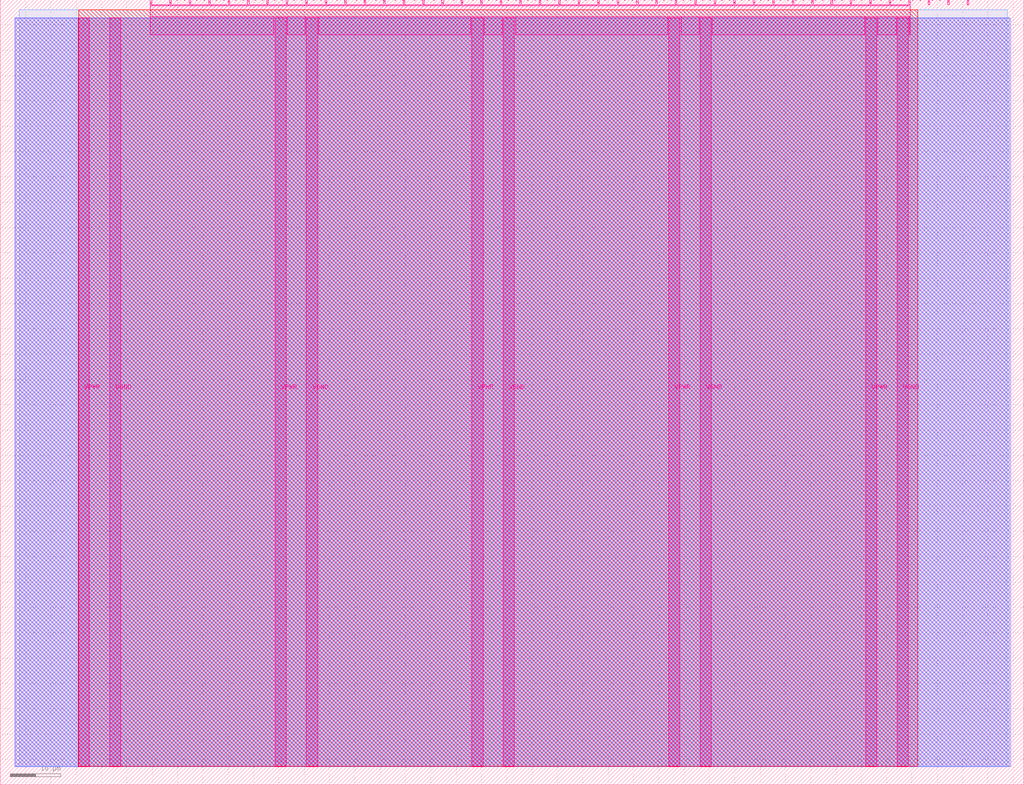
<source format=lef>
VERSION 5.7 ;
  NOWIREEXTENSIONATPIN ON ;
  DIVIDERCHAR "/" ;
  BUSBITCHARS "[]" ;
MACRO tt_um_cattuto_sr_latch
  CLASS BLOCK ;
  FOREIGN tt_um_cattuto_sr_latch ;
  ORIGIN 0.000 0.000 ;
  SIZE 202.080 BY 154.980 ;
  PIN VGND
    DIRECTION INOUT ;
    USE GROUND ;
    PORT
      LAYER Metal5 ;
        RECT 21.580 3.560 23.780 151.420 ;
    END
    PORT
      LAYER Metal5 ;
        RECT 60.450 3.560 62.650 151.420 ;
    END
    PORT
      LAYER Metal5 ;
        RECT 99.320 3.560 101.520 151.420 ;
    END
    PORT
      LAYER Metal5 ;
        RECT 138.190 3.560 140.390 151.420 ;
    END
    PORT
      LAYER Metal5 ;
        RECT 177.060 3.560 179.260 151.420 ;
    END
  END VGND
  PIN VPWR
    DIRECTION INOUT ;
    USE POWER ;
    PORT
      LAYER Metal5 ;
        RECT 15.380 3.560 17.580 151.420 ;
    END
    PORT
      LAYER Metal5 ;
        RECT 54.250 3.560 56.450 151.420 ;
    END
    PORT
      LAYER Metal5 ;
        RECT 93.120 3.560 95.320 151.420 ;
    END
    PORT
      LAYER Metal5 ;
        RECT 131.990 3.560 134.190 151.420 ;
    END
    PORT
      LAYER Metal5 ;
        RECT 170.860 3.560 173.060 151.420 ;
    END
  END VPWR
  PIN clk
    DIRECTION INPUT ;
    USE SIGNAL ;
    PORT
      LAYER Metal5 ;
        RECT 187.050 153.980 187.350 154.980 ;
    END
  END clk
  PIN ena
    DIRECTION INPUT ;
    USE SIGNAL ;
    PORT
      LAYER Metal5 ;
        RECT 190.890 153.980 191.190 154.980 ;
    END
  END ena
  PIN rst_n
    DIRECTION INPUT ;
    USE SIGNAL ;
    PORT
      LAYER Metal5 ;
        RECT 183.210 153.980 183.510 154.980 ;
    END
  END rst_n
  PIN ui_in[0]
    DIRECTION INPUT ;
    USE SIGNAL ;
    ANTENNAGATEAREA 0.180700 ;
    PORT
      LAYER Metal5 ;
        RECT 179.370 153.980 179.670 154.980 ;
    END
  END ui_in[0]
  PIN ui_in[1]
    DIRECTION INPUT ;
    USE SIGNAL ;
    ANTENNAGATEAREA 0.180700 ;
    PORT
      LAYER Metal5 ;
        RECT 175.530 153.980 175.830 154.980 ;
    END
  END ui_in[1]
  PIN ui_in[2]
    DIRECTION INPUT ;
    USE SIGNAL ;
    PORT
      LAYER Metal5 ;
        RECT 171.690 153.980 171.990 154.980 ;
    END
  END ui_in[2]
  PIN ui_in[3]
    DIRECTION INPUT ;
    USE SIGNAL ;
    PORT
      LAYER Metal5 ;
        RECT 167.850 153.980 168.150 154.980 ;
    END
  END ui_in[3]
  PIN ui_in[4]
    DIRECTION INPUT ;
    USE SIGNAL ;
    PORT
      LAYER Metal5 ;
        RECT 164.010 153.980 164.310 154.980 ;
    END
  END ui_in[4]
  PIN ui_in[5]
    DIRECTION INPUT ;
    USE SIGNAL ;
    PORT
      LAYER Metal5 ;
        RECT 160.170 153.980 160.470 154.980 ;
    END
  END ui_in[5]
  PIN ui_in[6]
    DIRECTION INPUT ;
    USE SIGNAL ;
    PORT
      LAYER Metal5 ;
        RECT 156.330 153.980 156.630 154.980 ;
    END
  END ui_in[6]
  PIN ui_in[7]
    DIRECTION INPUT ;
    USE SIGNAL ;
    PORT
      LAYER Metal5 ;
        RECT 152.490 153.980 152.790 154.980 ;
    END
  END ui_in[7]
  PIN uio_in[0]
    DIRECTION INPUT ;
    USE SIGNAL ;
    PORT
      LAYER Metal5 ;
        RECT 148.650 153.980 148.950 154.980 ;
    END
  END uio_in[0]
  PIN uio_in[1]
    DIRECTION INPUT ;
    USE SIGNAL ;
    PORT
      LAYER Metal5 ;
        RECT 144.810 153.980 145.110 154.980 ;
    END
  END uio_in[1]
  PIN uio_in[2]
    DIRECTION INPUT ;
    USE SIGNAL ;
    PORT
      LAYER Metal5 ;
        RECT 140.970 153.980 141.270 154.980 ;
    END
  END uio_in[2]
  PIN uio_in[3]
    DIRECTION INPUT ;
    USE SIGNAL ;
    PORT
      LAYER Metal5 ;
        RECT 137.130 153.980 137.430 154.980 ;
    END
  END uio_in[3]
  PIN uio_in[4]
    DIRECTION INPUT ;
    USE SIGNAL ;
    PORT
      LAYER Metal5 ;
        RECT 133.290 153.980 133.590 154.980 ;
    END
  END uio_in[4]
  PIN uio_in[5]
    DIRECTION INPUT ;
    USE SIGNAL ;
    PORT
      LAYER Metal5 ;
        RECT 129.450 153.980 129.750 154.980 ;
    END
  END uio_in[5]
  PIN uio_in[6]
    DIRECTION INPUT ;
    USE SIGNAL ;
    PORT
      LAYER Metal5 ;
        RECT 125.610 153.980 125.910 154.980 ;
    END
  END uio_in[6]
  PIN uio_in[7]
    DIRECTION INPUT ;
    USE SIGNAL ;
    PORT
      LAYER Metal5 ;
        RECT 121.770 153.980 122.070 154.980 ;
    END
  END uio_in[7]
  PIN uio_oe[0]
    DIRECTION OUTPUT ;
    USE SIGNAL ;
    ANTENNADIFFAREA 0.299200 ;
    PORT
      LAYER Metal5 ;
        RECT 56.490 153.980 56.790 154.980 ;
    END
  END uio_oe[0]
  PIN uio_oe[1]
    DIRECTION OUTPUT ;
    USE SIGNAL ;
    ANTENNADIFFAREA 0.299200 ;
    PORT
      LAYER Metal5 ;
        RECT 52.650 153.980 52.950 154.980 ;
    END
  END uio_oe[1]
  PIN uio_oe[2]
    DIRECTION OUTPUT ;
    USE SIGNAL ;
    ANTENNADIFFAREA 0.299200 ;
    PORT
      LAYER Metal5 ;
        RECT 48.810 153.980 49.110 154.980 ;
    END
  END uio_oe[2]
  PIN uio_oe[3]
    DIRECTION OUTPUT ;
    USE SIGNAL ;
    ANTENNADIFFAREA 0.299200 ;
    PORT
      LAYER Metal5 ;
        RECT 44.970 153.980 45.270 154.980 ;
    END
  END uio_oe[3]
  PIN uio_oe[4]
    DIRECTION OUTPUT ;
    USE SIGNAL ;
    ANTENNADIFFAREA 0.299200 ;
    PORT
      LAYER Metal5 ;
        RECT 41.130 153.980 41.430 154.980 ;
    END
  END uio_oe[4]
  PIN uio_oe[5]
    DIRECTION OUTPUT ;
    USE SIGNAL ;
    ANTENNADIFFAREA 0.299200 ;
    PORT
      LAYER Metal5 ;
        RECT 37.290 153.980 37.590 154.980 ;
    END
  END uio_oe[5]
  PIN uio_oe[6]
    DIRECTION OUTPUT ;
    USE SIGNAL ;
    ANTENNADIFFAREA 0.299200 ;
    PORT
      LAYER Metal5 ;
        RECT 33.450 153.980 33.750 154.980 ;
    END
  END uio_oe[6]
  PIN uio_oe[7]
    DIRECTION OUTPUT ;
    USE SIGNAL ;
    ANTENNADIFFAREA 0.299200 ;
    PORT
      LAYER Metal5 ;
        RECT 29.610 153.980 29.910 154.980 ;
    END
  END uio_oe[7]
  PIN uio_out[0]
    DIRECTION OUTPUT ;
    USE SIGNAL ;
    ANTENNADIFFAREA 0.299200 ;
    PORT
      LAYER Metal5 ;
        RECT 87.210 153.980 87.510 154.980 ;
    END
  END uio_out[0]
  PIN uio_out[1]
    DIRECTION OUTPUT ;
    USE SIGNAL ;
    ANTENNADIFFAREA 0.299200 ;
    PORT
      LAYER Metal5 ;
        RECT 83.370 153.980 83.670 154.980 ;
    END
  END uio_out[1]
  PIN uio_out[2]
    DIRECTION OUTPUT ;
    USE SIGNAL ;
    ANTENNADIFFAREA 0.299200 ;
    PORT
      LAYER Metal5 ;
        RECT 79.530 153.980 79.830 154.980 ;
    END
  END uio_out[2]
  PIN uio_out[3]
    DIRECTION OUTPUT ;
    USE SIGNAL ;
    ANTENNADIFFAREA 0.299200 ;
    PORT
      LAYER Metal5 ;
        RECT 75.690 153.980 75.990 154.980 ;
    END
  END uio_out[3]
  PIN uio_out[4]
    DIRECTION OUTPUT ;
    USE SIGNAL ;
    ANTENNADIFFAREA 0.299200 ;
    PORT
      LAYER Metal5 ;
        RECT 71.850 153.980 72.150 154.980 ;
    END
  END uio_out[4]
  PIN uio_out[5]
    DIRECTION OUTPUT ;
    USE SIGNAL ;
    ANTENNADIFFAREA 0.299200 ;
    PORT
      LAYER Metal5 ;
        RECT 68.010 153.980 68.310 154.980 ;
    END
  END uio_out[5]
  PIN uio_out[6]
    DIRECTION OUTPUT ;
    USE SIGNAL ;
    ANTENNADIFFAREA 0.299200 ;
    PORT
      LAYER Metal5 ;
        RECT 64.170 153.980 64.470 154.980 ;
    END
  END uio_out[6]
  PIN uio_out[7]
    DIRECTION OUTPUT ;
    USE SIGNAL ;
    ANTENNADIFFAREA 0.299200 ;
    PORT
      LAYER Metal5 ;
        RECT 60.330 153.980 60.630 154.980 ;
    END
  END uio_out[7]
  PIN uo_out[0]
    DIRECTION OUTPUT ;
    USE SIGNAL ;
    ANTENNADIFFAREA 0.654800 ;
    PORT
      LAYER Metal5 ;
        RECT 117.930 153.980 118.230 154.980 ;
    END
  END uo_out[0]
  PIN uo_out[1]
    DIRECTION OUTPUT ;
    USE SIGNAL ;
    ANTENNADIFFAREA 0.299200 ;
    PORT
      LAYER Metal5 ;
        RECT 114.090 153.980 114.390 154.980 ;
    END
  END uo_out[1]
  PIN uo_out[2]
    DIRECTION OUTPUT ;
    USE SIGNAL ;
    ANTENNADIFFAREA 0.299200 ;
    PORT
      LAYER Metal5 ;
        RECT 110.250 153.980 110.550 154.980 ;
    END
  END uo_out[2]
  PIN uo_out[3]
    DIRECTION OUTPUT ;
    USE SIGNAL ;
    ANTENNADIFFAREA 0.299200 ;
    PORT
      LAYER Metal5 ;
        RECT 106.410 153.980 106.710 154.980 ;
    END
  END uo_out[3]
  PIN uo_out[4]
    DIRECTION OUTPUT ;
    USE SIGNAL ;
    ANTENNADIFFAREA 0.299200 ;
    PORT
      LAYER Metal5 ;
        RECT 102.570 153.980 102.870 154.980 ;
    END
  END uo_out[4]
  PIN uo_out[5]
    DIRECTION OUTPUT ;
    USE SIGNAL ;
    ANTENNADIFFAREA 0.299200 ;
    PORT
      LAYER Metal5 ;
        RECT 98.730 153.980 99.030 154.980 ;
    END
  END uo_out[5]
  PIN uo_out[6]
    DIRECTION OUTPUT ;
    USE SIGNAL ;
    ANTENNADIFFAREA 0.299200 ;
    PORT
      LAYER Metal5 ;
        RECT 94.890 153.980 95.190 154.980 ;
    END
  END uo_out[6]
  PIN uo_out[7]
    DIRECTION OUTPUT ;
    USE SIGNAL ;
    ANTENNADIFFAREA 0.299200 ;
    PORT
      LAYER Metal5 ;
        RECT 91.050 153.980 91.350 154.980 ;
    END
  END uo_out[7]
  OBS
      LAYER GatPoly ;
        RECT 2.880 3.630 199.200 151.350 ;
      LAYER Metal1 ;
        RECT 2.880 3.560 199.200 151.420 ;
      LAYER Metal2 ;
        RECT 3.085 3.680 199.475 151.300 ;
      LAYER Metal3 ;
        RECT 3.740 3.635 198.820 153.025 ;
      LAYER Metal4 ;
        RECT 15.515 3.680 181.105 152.980 ;
      LAYER Metal5 ;
        RECT 30.120 153.770 33.240 153.980 ;
        RECT 33.960 153.770 37.080 153.980 ;
        RECT 37.800 153.770 40.920 153.980 ;
        RECT 41.640 153.770 44.760 153.980 ;
        RECT 45.480 153.770 48.600 153.980 ;
        RECT 49.320 153.770 52.440 153.980 ;
        RECT 53.160 153.770 56.280 153.980 ;
        RECT 57.000 153.770 60.120 153.980 ;
        RECT 60.840 153.770 63.960 153.980 ;
        RECT 64.680 153.770 67.800 153.980 ;
        RECT 68.520 153.770 71.640 153.980 ;
        RECT 72.360 153.770 75.480 153.980 ;
        RECT 76.200 153.770 79.320 153.980 ;
        RECT 80.040 153.770 83.160 153.980 ;
        RECT 83.880 153.770 87.000 153.980 ;
        RECT 87.720 153.770 90.840 153.980 ;
        RECT 91.560 153.770 94.680 153.980 ;
        RECT 95.400 153.770 98.520 153.980 ;
        RECT 99.240 153.770 102.360 153.980 ;
        RECT 103.080 153.770 106.200 153.980 ;
        RECT 106.920 153.770 110.040 153.980 ;
        RECT 110.760 153.770 113.880 153.980 ;
        RECT 114.600 153.770 117.720 153.980 ;
        RECT 118.440 153.770 121.560 153.980 ;
        RECT 122.280 153.770 125.400 153.980 ;
        RECT 126.120 153.770 129.240 153.980 ;
        RECT 129.960 153.770 133.080 153.980 ;
        RECT 133.800 153.770 136.920 153.980 ;
        RECT 137.640 153.770 140.760 153.980 ;
        RECT 141.480 153.770 144.600 153.980 ;
        RECT 145.320 153.770 148.440 153.980 ;
        RECT 149.160 153.770 152.280 153.980 ;
        RECT 153.000 153.770 156.120 153.980 ;
        RECT 156.840 153.770 159.960 153.980 ;
        RECT 160.680 153.770 163.800 153.980 ;
        RECT 164.520 153.770 167.640 153.980 ;
        RECT 168.360 153.770 171.480 153.980 ;
        RECT 172.200 153.770 175.320 153.980 ;
        RECT 176.040 153.770 179.160 153.980 ;
        RECT 29.660 151.630 179.620 153.770 ;
        RECT 29.660 148.115 54.040 151.630 ;
        RECT 56.660 148.115 60.240 151.630 ;
        RECT 62.860 148.115 92.910 151.630 ;
        RECT 95.530 148.115 99.110 151.630 ;
        RECT 101.730 148.115 131.780 151.630 ;
        RECT 134.400 148.115 137.980 151.630 ;
        RECT 140.600 148.115 170.650 151.630 ;
        RECT 173.270 148.115 176.850 151.630 ;
        RECT 179.470 148.115 179.620 151.630 ;
  END
END tt_um_cattuto_sr_latch
END LIBRARY


</source>
